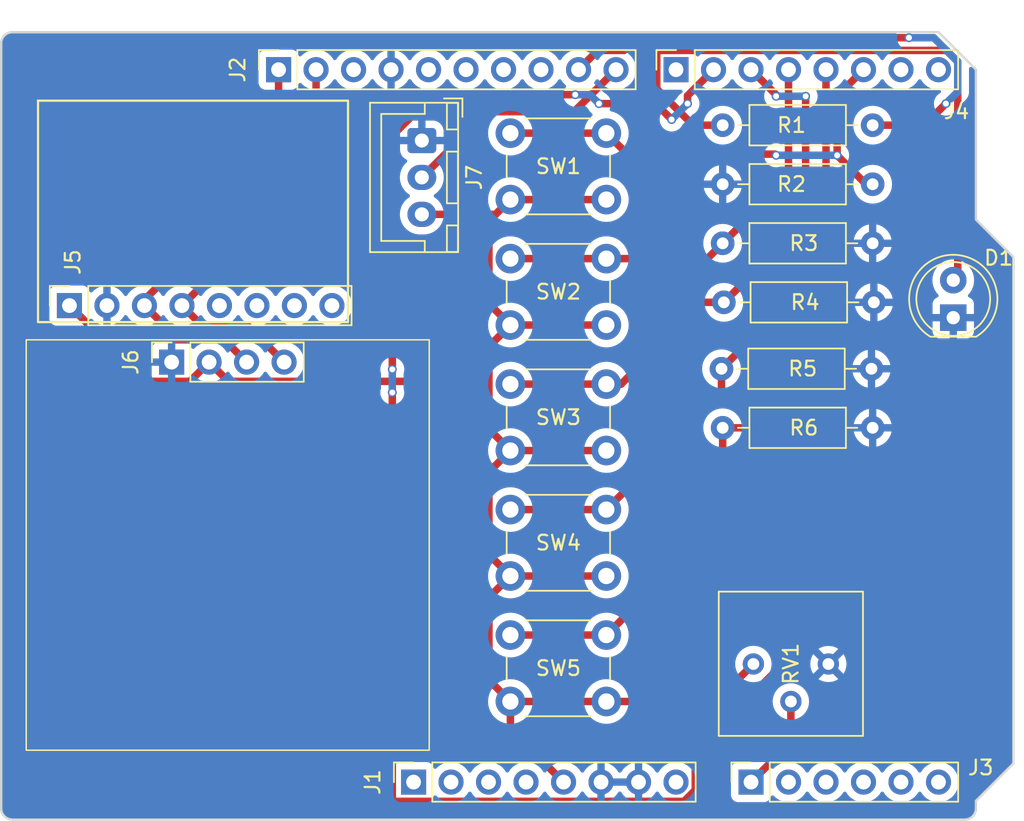
<source format=kicad_pcb>
(kicad_pcb (version 20240108) (generator "pcbnew") (generator_version "8.0")
  (title_block (date "mar. 31 mars 2015"))
  (layers (0 "F.Cu" signal) (31 "B.Cu" power) (34 "B.Paste" user) (35 "F.Paste" user) (36 "B.SilkS" user "B.Silkscreen") (37 "F.SilkS" user "F.Silkscreen") (38 "B.Mask" user) (39 "F.Mask" user) (44 "Edge.Cuts" user))
  (net 0 "")
  (net 1 "GND")
  (net 2 "+5V")
  (net 3 "/IOREF")
  (net 4 "/A1")
  (net 5 "/A2")
  (net 6 "/A3")
  (net 7 "/SDA{slash}A4")
  (net 8 "/SCL{slash}A5")
  (net 9 "/13")
  (net 10 "/12")
  (net 11 "/AREF")
  (net 12 "/8")
  (net 13 "/7")
  (net 14 "/*11")
  (net 15 "/*10")
  (net 16 "/TX{slash}1")
  (net 17 "/RX{slash}0")
  (net 18 "+3V3")
  (net 19 "VCC")
  (net 20 "/~{RESET}")
  (net 21 "/I2C_SCL")
  (net 22 "/I2C_SDA")
  (net 23 "/button_onoff")
  (net 24 "/button_lock")
  (net 25 "/button_light")
  (net 26 "/button_units")
  (net 27 "/button_cal")
  (net 28 "Net-(D1-A)")
  (net 29 "/led_light")
  (net 30 "/temp_sensor")
  (footprint "Connector_PinSocket_2.54mm:PinSocket_1x08_P2.54mm_Vertical" (layer "F.Cu") (at 127.94 97.46 90)
    (property "Reference" "J1" (at 0 -2.77 90) (layer "F.SilkS"))
    (property "Value" "Power")
    (fp_line (start 1.33 -1.33) (end 1.33 0) (stroke (width 0.12)) (layer "F.SilkS"))
    (fp_line (start 0 -1.33) (end 1.33 -1.33) (stroke (width 0.12)) (layer "F.SilkS"))
    (fp_line (start 1.33 1.27) (end 1.33 19.11) (stroke (width 0.12)) (layer "F.SilkS"))
    (fp_line (start -1.33 1.27) (end 1.33 1.27) (stroke (width 0.12)) (layer "F.SilkS"))
    (fp_line (start -1.33 1.27) (end -1.33 19.11) (stroke (width 0.12)) (layer "F.SilkS"))
    (fp_line (start -1.33 19.11) (end 1.33 19.11) (stroke (width 0.12)) (layer "F.SilkS"))
    (pad "1" thru_hole rect (at 0 0 90) (size 1.7 1.7) (drill 1) (layers "*.Cu" "*.Mask"))
    (pad "2" thru_hole oval (at 0 2.54 90) (size 1.7 1.7) (drill 1) (layers "*.Cu" "*.Mask") (net 3 "/IOREF"))
    (pad "3" thru_hole oval (at 0 5.08 90) (size 1.7 1.7) (drill 1) (layers "*.Cu" "*.Mask") (net 20 "/~{RESET}"))
    (pad "4" thru_hole oval (at 0 7.62 90) (size 1.7 1.7) (drill 1) (layers "*.Cu" "*.Mask") (net 18 "+3V3"))
    (pad "5" thru_hole oval (at 0 10.16 90) (size 1.7 1.7) (drill 1) (layers "*.Cu" "*.Mask") (net 2 "+5V"))
    (pad "6" thru_hole oval (at 0 12.7 90) (size 1.7 1.7) (drill 1) (layers "*.Cu" "*.Mask") (net 1 "GND"))
    (pad "7" thru_hole oval (at 0 15.24 90) (size 1.7 1.7) (drill 1) (layers "*.Cu" "*.Mask") (net 1 "GND"))
    (pad "8" thru_hole oval (at 0 17.78 90) (size 1.7 1.7) (drill 1) (layers "*.Cu" "*.Mask") (net 19 "VCC"))
  )
  (footprint "Connector_PinSocket_2.54mm:PinSocket_1x06_P2.54mm_Vertical" (layer "F.Cu") (at 150.8 97.46 90)
    (property "Reference" "J3" (at 0.98 15.56 180) (layer "F.SilkS"))
    (property "Value" "Analog")
    (fp_line (start 1.33 -1.33) (end 1.33 0) (stroke (width 0.12)) (layer "F.SilkS"))
    (fp_line (start 0 -1.33) (end 1.33 -1.33) (stroke (width 0.12)) (layer "F.SilkS"))
    (fp_line (start 1.33 1.27) (end 1.33 14.03) (stroke (width 0.12)) (layer "F.SilkS"))
    (fp_line (start -1.33 1.27) (end 1.33 1.27) (stroke (width 0.12)) (layer "F.SilkS"))
    (fp_line (start -1.33 1.27) (end -1.33 14.03) (stroke (width 0.12)) (layer "F.SilkS"))
    (fp_line (start -1.33 14.03) (end 1.33 14.03) (stroke (width 0.12)) (layer "F.SilkS"))
    (pad "1" thru_hole rect (at 0 0 90) (size 1.7 1.7) (drill 1) (layers "*.Cu" "*.Mask") (net 30 "/temp_sensor"))
    (pad "2" thru_hole oval (at 0 2.54 90) (size 1.7 1.7) (drill 1) (layers "*.Cu" "*.Mask") (net 4 "/A1"))
    (pad "3" thru_hole oval (at 0 5.08 90) (size 1.7 1.7) (drill 1) (layers "*.Cu" "*.Mask") (net 5 "/A2"))
    (pad "4" thru_hole oval (at 0 7.62 90) (size 1.7 1.7) (drill 1) (layers "*.Cu" "*.Mask") (net 6 "/A3"))
    (pad "5" thru_hole oval (at 0 10.16 90) (size 1.7 1.7) (drill 1) (layers "*.Cu" "*.Mask") (net 7 "/SDA{slash}A4"))
    (pad "6" thru_hole oval (at 0 12.7 90) (size 1.7 1.7) (drill 1) (layers "*.Cu" "*.Mask") (net 8 "/SCL{slash}A5"))
  )
  (footprint "Connector_PinSocket_2.54mm:PinSocket_1x10_P2.54mm_Vertical" (layer "F.Cu") (at 118.796 49.2 90)
    (property "Reference" "J2" (at 0 -2.77 90) (layer "F.SilkS"))
    (property "Value" "Digital/PWM")
    (fp_line (start 1.33 -1.33) (end 1.33 0) (stroke (width 0.12)) (layer "F.SilkS"))
    (fp_line (start 0 -1.33) (end 1.33 -1.33) (stroke (width 0.12)) (layer "F.SilkS"))
    (fp_line (start 1.33 1.27) (end 1.33 24.19) (stroke (width 0.12)) (layer "F.SilkS"))
    (fp_line (start -1.33 1.27) (end 1.33 1.27) (stroke (width 0.12)) (layer "F.SilkS"))
    (fp_line (start -1.33 1.27) (end -1.33 24.19) (stroke (width 0.12)) (layer "F.SilkS"))
    (fp_line (start -1.33 24.19) (end 1.33 24.19) (stroke (width 0.12)) (layer "F.SilkS"))
    (pad "1" thru_hole rect (at 0 0 90) (size 1.7 1.7) (drill 1) (layers "*.Cu" "*.Mask") (net 21 "/I2C_SCL"))
    (pad "2" thru_hole oval (at 0 2.54 90) (size 1.7 1.7) (drill 1) (layers "*.Cu" "*.Mask") (net 22 "/I2C_SDA"))
    (pad "3" thru_hole oval (at 0 5.08 90) (size 1.7 1.7) (drill 1) (layers "*.Cu" "*.Mask") (net 11 "/AREF"))
    (pad "4" thru_hole oval (at 0 7.62 90) (size 1.7 1.7) (drill 1) (layers "*.Cu" "*.Mask") (net 1 "GND"))
    (pad "5" thru_hole oval (at 0 10.16 90) (size 1.7 1.7) (drill 1) (layers "*.Cu" "*.Mask") (net 9 "/13"))
    (pad "6" thru_hole oval (at 0 12.7 90) (size 1.7 1.7) (drill 1) (layers "*.Cu" "*.Mask") (net 10 "/12"))
    (pad "7" thru_hole oval (at 0 15.24 90) (size 1.7 1.7) (drill 1) (layers "*.Cu" "*.Mask") (net 14 "/*11"))
    (pad "8" thru_hole oval (at 0 17.78 90) (size 1.7 1.7) (drill 1) (layers "*.Cu" "*.Mask") (net 15 "/*10"))
    (pad "9" thru_hole oval (at 0 20.32 90) (size 1.7 1.7) (drill 1) (layers "*.Cu" "*.Mask") (net 29 "/led_light"))
    (pad "10" thru_hole oval (at 0 22.86 90) (size 1.7 1.7) (drill 1) (layers "*.Cu" "*.Mask") (net 12 "/8"))
  )
  (footprint "Connector_PinSocket_2.54mm:PinSocket_1x08_P2.54mm_Vertical" (layer "F.Cu") (at 145.72 49.2 90)
    (property "Reference" "J4" (at -2.83 19 180) (layer "F.SilkS"))
    (property "Value" "Digital/PWM")
    (fp_line (start 1.33 -1.33) (end 1.33 0) (stroke (width 0.12)) (layer "F.SilkS"))
    (fp_line (start 0 -1.33) (end 1.33 -1.33) (stroke (width 0.12)) (layer "F.SilkS"))
    (fp_line (start 1.33 1.27) (end 1.33 19.11) (stroke (width 0.12)) (layer "F.SilkS"))
    (fp_line (start -1.33 1.27) (end 1.33 1.27) (stroke (width 0.12)) (layer "F.SilkS"))
    (fp_line (start -1.33 1.27) (end -1.33 19.11) (stroke (width 0.12)) (layer "F.SilkS"))
    (fp_line (start -1.33 19.11) (end 1.33 19.11) (stroke (width 0.12)) (layer "F.SilkS"))
    (pad "1" thru_hole rect (at 0 0 90) (size 1.7 1.7) (drill 1) (layers "*.Cu" "*.Mask") (net 13 "/7"))
    (pad "2" thru_hole oval (at 0 2.54 90) (size 1.7 1.7) (drill 1) (layers "*.Cu" "*.Mask") (net 25 "/button_light"))
    (pad "3" thru_hole oval (at 0 5.08 90) (size 1.7 1.7) (drill 1) (layers "*.Cu" "*.Mask") (net 27 "/button_cal"))
    (pad "4" thru_hole oval (at 0 7.62 90) (size 1.7 1.7) (drill 1) (layers "*.Cu" "*.Mask") (net 26 "/button_units"))
    (pad "5" thru_hole oval (at 0 10.16 90) (size 1.7 1.7) (drill 1) (layers "*.Cu" "*.Mask") (net 24 "/button_lock"))
    (pad "6" thru_hole oval (at 0 12.7 90) (size 1.7 1.7) (drill 1) (layers "*.Cu" "*.Mask") (net 23 "/button_onoff"))
    (pad "7" thru_hole oval (at 0 15.24 90) (size 1.7 1.7) (drill 1) (layers "*.Cu" "*.Mask") (net 16 "/TX{slash}1"))
    (pad "8" thru_hole oval (at 0 17.78 90) (size 1.7 1.7) (drill 1) (layers "*.Cu" "*.Mask") (net 17 "/RX{slash}0"))
  )
  (footprint "Button_Switch_THT:SW_PUSH_6mm" (layer "F.Cu") (at 134.5 79)
    (property "Reference" "SW4" (at 3.25 2.25 0) (layer "F.SilkS"))
    (property "Value" "SW_SPST")
    (fp_line (start -0.25 1.5) (end -0.25 3) (stroke (width 0.12)) (layer "F.SilkS"))
    (fp_line (start 1 5.5) (end 5.5 5.5) (stroke (width 0.12)) (layer "F.SilkS"))
    (fp_line (start 5.5 -1) (end 1 -1) (stroke (width 0.12)) (layer "F.SilkS"))
    (fp_line (start 6.75 3) (end 6.75 1.5) (stroke (width 0.12)) (layer "F.SilkS"))
    (pad "1" thru_hole circle (at 0 0 90) (size 2 2) (drill 1.1) (layers "*.Cu" "*.Mask") (net 24 "/button_lock"))
    (pad "1" thru_hole circle (at 6.5 0 90) (size 2 2) (drill 1.1) (layers "*.Cu" "*.Mask") (net 24 "/button_lock"))
    (pad "2" thru_hole circle (at 0 4.5 90) (size 2 2) (drill 1.1) (layers "*.Cu" "*.Mask") (net 2 "+5V"))
    (pad "2" thru_hole circle (at 6.5 4.5 90) (size 2 2) (drill 1.1) (layers "*.Cu" "*.Mask") (net 2 "+5V"))
  )
  (footprint "LED_THT:LED_D5.0mm" (layer "F.Cu") (at 164.5 66 90)
    (property "Reference" "D1" (at 4.05 3.07 180) (layer "F.SilkS"))
    (property "Value" "LED")
    (fp_line (start -1.29 -1.545) (end -1.29 1.545) (stroke (width 0.12)) (layer "F.SilkS"))
    (fp_arc (start -1.29 -1.54483) (mid 2.072002 -2.880433) (end 4.26 0.000462) (stroke (width 0.12)) (layer "F.SilkS"))
    (fp_arc (start 4.26 -0.000462) (mid 2.072002 2.880433) (end -1.29 1.54483) (stroke (width 0.12)) (layer "F.SilkS"))
    (fp_circle (center 1.27 0) (end 3.77 0) (stroke (width 0.12)) (fill none) (layer "F.SilkS"))
    (pad "1" thru_hole rect (at 0 0 90) (size 1.8 1.8) (drill 0.9) (layers "*.Cu" "*.Mask") (net 1 "GND"))
    (pad "2" thru_hole circle (at 2.54 0 90) (size 1.8 1.8) (drill 0.9) (layers "*.Cu" "*.Mask") (net 28 "Net-(D1-A)"))
  )
  (footprint "Button_Switch_THT:SW_PUSH_6mm" (layer "F.Cu") (at 134.5 87.5)
    (property "Reference" "SW5" (at 3.25 2.25 0) (layer "F.SilkS"))
    (property "Value" "SW_SPST")
    (fp_line (start -0.25 1.5) (end -0.25 3) (stroke (width 0.12)) (layer "F.SilkS"))
    (fp_line (start 1 5.5) (end 5.5 5.5) (stroke (width 0.12)) (layer "F.SilkS"))
    (fp_line (start 5.5 -1) (end 1 -1) (stroke (width 0.12)) (layer "F.SilkS"))
    (fp_line (start 6.75 3) (end 6.75 1.5) (stroke (width 0.12)) (layer "F.SilkS"))
    (pad "1" thru_hole circle (at 0 0 90) (size 2 2) (drill 1.1) (layers "*.Cu" "*.Mask") (net 25 "/button_light"))
    (pad "1" thru_hole circle (at 6.5 0 90) (size 2 2) (drill 1.1) (layers "*.Cu" "*.Mask") (net 25 "/button_light"))
    (pad "2" thru_hole circle (at 0 4.5 90) (size 2 2) (drill 1.1) (layers "*.Cu" "*.Mask") (net 2 "+5V"))
    (pad "2" thru_hole circle (at 6.5 4.5 90) (size 2 2) (drill 1.1) (layers "*.Cu" "*.Mask") (net 2 "+5V"))
  )
  (footprint "Button_Switch_THT:SW_PUSH_6mm" (layer "F.Cu") (at 134.5 62)
    (property "Reference" "SW2" (at 3.25 2.25 0) (layer "F.SilkS"))
    (property "Value" "SW_SPST")
    (fp_line (start -0.25 1.5) (end -0.25 3) (stroke (width 0.12)) (layer "F.SilkS"))
    (fp_line (start 1 5.5) (end 5.5 5.5) (stroke (width 0.12)) (layer "F.SilkS"))
    (fp_line (start 5.5 -1) (end 1 -1) (stroke (width 0.12)) (layer "F.SilkS"))
    (fp_line (start 6.75 3) (end 6.75 1.5) (stroke (width 0.12)) (layer "F.SilkS"))
    (pad "1" thru_hole circle (at 0 0 90) (size 2 2) (drill 1.1) (layers "*.Cu" "*.Mask") (net 26 "/button_units"))
    (pad "1" thru_hole circle (at 6.5 0 90) (size 2 2) (drill 1.1) (layers "*.Cu" "*.Mask") (net 26 "/button_units"))
    (pad "2" thru_hole circle (at 0 4.5 90) (size 2 2) (drill 1.1) (layers "*.Cu" "*.Mask") (net 2 "+5V"))
    (pad "2" thru_hole circle (at 6.5 4.5 90) (size 2 2) (drill 1.1) (layers "*.Cu" "*.Mask") (net 2 "+5V"))
  )
  (footprint "Resistor_THT:R_Axial_DIN0207_L6.3mm_D2.5mm_P10.16mm_Horizontal" (layer "F.Cu") (at 148.96 64.96)
    (property "Reference" "R4" (at 5.5 0 360) (layer "F.SilkS"))
    (property "Value" "100k")
    (fp_line (start 1.04 0) (end 1.81 0) (stroke (width 0.12)) (layer "F.SilkS"))
    (fp_line (start 1.81 -1.37) (end 1.81 1.37) (stroke (width 0.12)) (layer "F.SilkS"))
    (fp_line (start 1.81 1.37) (end 8.35 1.37) (stroke (width 0.12)) (layer "F.SilkS"))
    (fp_line (start 8.35 -1.37) (end 1.81 -1.37) (stroke (width 0.12)) (layer "F.SilkS"))
    (fp_line (start 8.35 1.37) (end 8.35 -1.37) (stroke (width 0.12)) (layer "F.SilkS"))
    (fp_line (start 9.12 0) (end 8.35 0) (stroke (width 0.12)) (layer "F.SilkS"))
    (pad "1" thru_hole circle (at 0 0) (size 1.6 1.6) (drill 0.8) (layers "*.Cu" "*.Mask") (net 27 "/button_cal"))
    (pad "2" thru_hole oval (at 10.16 0) (size 1.6 1.6) (drill 0.8) (layers "*.Cu" "*.Mask") (net 1 "GND"))
  )
  (footprint "Resistor_THT:R_Axial_DIN0207_L6.3mm_D2.5mm_P10.16mm_Horizontal" (layer "F.Cu") (at 159.04 52.96 180)
    (property "Reference" "R1" (at 5.5 0 360) (layer "F.SilkS"))
    (property "Value" "1k")
    (fp_line (start 9.12 0) (end 8.35 0) (stroke (width 0.12)) (layer "F.SilkS"))
    (fp_line (start 8.35 1.37) (end 8.35 -1.37) (stroke (width 0.12)) (layer "F.SilkS"))
    (fp_line (start 8.35 -1.37) (end 1.81 -1.37) (stroke (width 0.12)) (layer "F.SilkS"))
    (fp_line (start 1.81 1.37) (end 8.35 1.37) (stroke (width 0.12)) (layer "F.SilkS"))
    (fp_line (start 1.81 -1.37) (end 1.81 1.37) (stroke (width 0.12)) (layer "F.SilkS"))
    (fp_line (start 1.04 0) (end 1.81 0) (stroke (width 0.12)) (layer "F.SilkS"))
    (pad "1" thru_hole circle (at 0 0 180) (size 1.6 1.6) (drill 0.8) (layers "*.Cu" "*.Mask") (net 29 "/led_light"))
    (pad "2" thru_hole oval (at 10.16 0 180) (size 1.6 1.6) (drill 0.8) (layers "*.Cu" "*.Mask") (net 28 "Net-(D1-A)"))
  )
  (footprint "Button_Switch_THT:SW_PUSH_6mm" (layer "F.Cu") (at 134.5 70.5)
    (property "Reference" "SW3" (at 3.25 2.25 0) (layer "F.SilkS"))
    (property "Value" "SW_SPST")
    (fp_line (start -0.25 1.5) (end -0.25 3) (stroke (width 0.12)) (layer "F.SilkS"))
    (fp_line (start 1 5.5) (end 5.5 5.5) (stroke (width 0.12)) (layer "F.SilkS"))
    (fp_line (start 5.5 -1) (end 1 -1) (stroke (width 0.12)) (layer "F.SilkS"))
    (fp_line (start 6.75 3) (end 6.75 1.5) (stroke (width 0.12)) (layer "F.SilkS"))
    (pad "1" thru_hole circle (at 0 0 90) (size 2 2) (drill 1.1) (layers "*.Cu" "*.Mask") (net 27 "/button_cal"))
    (pad "1" thru_hole circle (at 6.5 0 90) (size 2 2) (drill 1.1) (layers "*.Cu" "*.Mask") (net 27 "/button_cal"))
    (pad "2" thru_hole circle (at 0 4.5 90) (size 2 2) (drill 1.1) (layers "*.Cu" "*.Mask") (net 2 "+5V"))
    (pad "2" thru_hole circle (at 6.5 4.5 90) (size 2 2) (drill 1.1) (layers "*.Cu" "*.Mask") (net 2 "+5V"))
  )
  (footprint "Connector_PinSocket_2.54mm:PinSocket_1x04_P2.54mm_Vertical" (layer "F.Cu") (at 111.55 69.01 90)
    (property "Reference" "J6" (at 0 -2.77 90) (layer "F.SilkS"))
    (property "Value" "CONN_DISPLAY")
    (fp_line (start 1.33 -1.33) (end 1.33 0) (stroke (width 0.12)) (layer "F.SilkS"))
    (fp_line (start 0 -1.33) (end 1.33 -1.33) (stroke (width 0.12)) (layer "F.SilkS"))
    (fp_line (start 1.33 1.27) (end 1.33 8.95) (stroke (width 0.12)) (layer "F.SilkS"))
    (fp_line (start -1.33 1.27) (end 1.33 1.27) (stroke (width 0.12)) (layer "F.SilkS"))
    (fp_line (start -1.33 1.27) (end -1.33 8.95) (stroke (width 0.12)) (layer "F.SilkS"))
    (fp_line (start -1.33 8.95) (end 1.33 8.95) (stroke (width 0.12)) (layer "F.SilkS"))
    (pad "1" thru_hole rect (at 0 0 90) (size 1.7 1.7) (drill 1) (layers "*.Cu" "*.Mask") (net 1 "GND"))
    (pad "2" thru_hole oval (at 0 2.54 90) (size 1.7 1.7) (drill 1) (layers "*.Cu" "*.Mask") (net 2 "+5V"))
    (pad "3" thru_hole oval (at 0 5.08 90) (size 1.7 1.7) (drill 1) (layers "*.Cu" "*.Mask") (net 21 "/I2C_SCL"))
    (pad "4" thru_hole oval (at 0 7.62 90) (size 1.7 1.7) (drill 1) (layers "*.Cu" "*.Mask") (net 22 "/I2C_SDA"))
  )
  (footprint "Button_Switch_THT:SW_PUSH_6mm" (layer "F.Cu") (at 134.5 53.5)
    (property "Reference" "SW1" (at 3.25 2.25 0) (layer "F.SilkS"))
    (property "Value" "SW_SPST")
    (fp_line (start -0.25 1.5) (end -0.25 3) (stroke (width 0.12)) (layer "F.SilkS"))
    (fp_line (start 1 5.5) (end 5.5 5.5) (stroke (width 0.12)) (layer "F.SilkS"))
    (fp_line (start 5.5 -1) (end 1 -1) (stroke (width 0.12)) (layer "F.SilkS"))
    (fp_line (start 6.75 3) (end 6.75 1.5) (stroke (width 0.12)) (layer "F.SilkS"))
    (pad "1" thru_hole circle (at 0 0 90) (size 2 2) (drill 1.1) (layers "*.Cu" "*.Mask") (net 23 "/button_onoff"))
    (pad "1" thru_hole circle (at 6.5 0 90) (size 2 2) (drill 1.1) (layers "*.Cu" "*.Mask") (net 23 "/button_onoff"))
    (pad "2" thru_hole circle (at 0 4.5 90) (size 2 2) (drill 1.1) (layers "*.Cu" "*.Mask") (net 2 "+5V"))
    (pad "2" thru_hole circle (at 6.5 4.5 90) (size 2 2) (drill 1.1) (layers "*.Cu" "*.Mask") (net 2 "+5V"))
  )
  (footprint "Connector_JST:JST_XH_B3B-XH-A_1x03_P2.50mm_Vertical" (layer "F.Cu") (at 128.5 54 -90)
    (property "Reference" "J7" (at 2.5 -3.55 90) (layer "F.SilkS"))
    (property "Value" "CONN_TEMP")
    (fp_line (start -2.56 3.51) (end 7.56 3.51) (stroke (width 0.12)) (layer "F.SilkS"))
    (fp_line (start 7.56 3.51) (end 7.56 -2.46) (stroke (width 0.12)) (layer "F.SilkS"))
    (fp_line (start -1.8 2.75) (end 2.5 2.75) (stroke (width 0.12)) (layer "F.SilkS"))
    (fp_line (start 6.8 2.75) (end 2.5 2.75) (stroke (width 0.12)) (layer "F.SilkS"))
    (fp_line (start -2.55 -0.2) (end -1.8 -0.2) (stroke (width 0.12)) (layer "F.SilkS"))
    (fp_line (start -1.8 -0.2) (end -1.8 2.75) (stroke (width 0.12)) (layer "F.SilkS"))
    (fp_line (start 6.8 -0.2) (end 6.8 2.75) (stroke (width 0.12)) (layer "F.SilkS"))
    (fp_line (start 7.55 -0.2) (end 6.8 -0.2) (stroke (width 0.12)) (layer "F.SilkS"))
    (fp_line (start -2.55 -1.7) (end -0.75 -1.7) (stroke (width 0.12)) (layer "F.SilkS"))
    (fp_line (start -0.75 -1.7) (end -0.75 -2.45) (stroke (width 0.12)) (layer "F.SilkS"))
    (fp_line (start 0.75 -1.7) (end 4.25 -1.7) (stroke (width 0.12)) (layer "F.SilkS"))
    (fp_line (start 4.25 -1.7) (end 4.25 -2.45) (stroke (width 0.12)) (layer "F.SilkS"))
    (fp_line (start 5.75 -1.7) (end 7.55 -1.7) (stroke (width 0.12)) (layer "F.SilkS"))
    (fp_line (start 7.55 -1.7) (end 7.55 -2.45) (stroke (width 0.12)) (layer "F.SilkS"))
    (fp_line (start -2.55 -2.45) (end -2.55 -1.7) (stroke (width 0.12)) (layer "F.SilkS"))
    (fp_line (start -0.75 -2.45) (end -2.55 -2.45) (stroke (width 0.12)) (layer "F.SilkS"))
    (fp_line (start 0.75 -2.45) (end 0.75 -1.7) (stroke (width 0.12)) (layer "F.SilkS"))
    (fp_line (start 4.25 -2.45) (end 0.75 -2.45) (stroke (width 0.12)) (layer "F.SilkS"))
    (fp_line (start 5.75 -2.45) (end 5.75 -1.7) (stroke (width 0.12)) (layer "F.SilkS"))
    (fp_line (start 7.55 -2.45) (end 5.75 -2.45) (stroke (width 0.12)) (layer "F.SilkS"))
    (fp_line (start -2.56 -2.46) (end -2.56 3.51) (stroke (width 0.12)) (layer "F.SilkS"))
    (fp_line (start 7.56 -2.46) (end -2.56 -2.46) (stroke (width 0.12)) (layer "F.SilkS"))
    (fp_line (start -2.85 -2.75) (end -2.85 -1.5) (stroke (width 0.12)) (layer "F.SilkS"))
    (fp_line (start -1.6 -2.75) (end -2.85 -2.75) (stroke (width 0.12)) (layer "F.SilkS"))
    (pad "1" thru_hole roundrect (at 0 0 270) (size 1.7 1.95) (drill 0.95) (layers "*.Cu" "*.Mask") (roundrect_rratio 0.147059) (net 1 "GND"))
    (pad "2" thru_hole oval (at 2.5 0 270) (size 1.7 1.95) (drill 0.95) (layers "*.Cu" "*.Mask") (net 12 "/8"))
    (pad "3" thru_hole oval (at 5 0 270) (size 1.7 1.95) (drill 0.95) (layers "*.Cu" "*.Mask") (net 2 "+5V"))
  )
  (footprint "Resistor_THT:R_Axial_DIN0207_L6.3mm_D2.5mm_P10.16mm_Horizontal" (layer "F.Cu") (at 148.8 69.46)
    (property "Reference" "R5" (at 5.5 0 360) (layer "F.SilkS"))
    (property "Value" "100k")
    (fp_line (start 1.04 0) (end 1.81 0) (stroke (width 0.12)) (layer "F.SilkS"))
    (fp_line (start 1.81 -1.37) (end 1.81 1.37) (stroke (width 0.12)) (layer "F.SilkS"))
    (fp_line (start 1.81 1.37) (end 8.35 1.37) (stroke (width 0.12)) (layer "F.SilkS"))
    (fp_line (start 8.35 -1.37) (end 1.81 -1.37) (stroke (width 0.12)) (layer "F.SilkS"))
    (fp_line (start 8.35 1.37) (end 8.35 -1.37) (stroke (width 0.12)) (layer "F.SilkS"))
    (fp_line (start 9.12 0) (end 8.35 0) (stroke (width 0.12)) (layer "F.SilkS"))
    (pad "1" thru_hole circle (at 0 0) (size 1.6 1.6) (drill 0.8) (layers "*.Cu" "*.Mask") (net 24 "/button_lock"))
    (pad "2" thru_hole oval (at 10.16 0) (size 1.6 1.6) (drill 0.8) (layers "*.Cu" "*.Mask") (net 1 "GND"))
  )
  (footprint "Resistor_THT:R_Axial_DIN0207_L6.3mm_D2.5mm_P10.16mm_Horizontal" (layer "F.Cu") (at 159.04 56.96 180)
    (property "Reference" "R2" (at 5.5 0 360) (layer "F.SilkS"))
    (property "Value" "100k")
    (fp_line (start 9.12 0) (end 8.35 0) (stroke (width 0.12)) (layer "F.SilkS"))
    (fp_line (start 8.35 1.37) (end 8.35 -1.37) (stroke (width 0.12)) (layer "F.SilkS"))
    (fp_line (start 8.35 -1.37) (end 1.81 -1.37) (stroke (width 0.12)) (layer "F.SilkS"))
    (fp_line (start 1.81 1.37) (end 8.35 1.37) (stroke (width 0.12)) (layer "F.SilkS"))
    (fp_line (start 1.81 -1.37) (end 1.81 1.37) (stroke (width 0.12)) (layer "F.SilkS"))
    (fp_line (start 1.04 0) (end 1.81 0) (stroke (width 0.12)) (layer "F.SilkS"))
    (pad "1" thru_hole circle (at 0 0 180) (size 1.6 1.6) (drill 0.8) (layers "*.Cu" "*.Mask") (net 23 "/button_onoff"))
    (pad "2" thru_hole oval (at 10.16 0 180) (size 1.6 1.6) (drill 0.8) (layers "*.Cu" "*.Mask") (net 1 "GND"))
  )
  (footprint "Potentiometer_THT:Potentiometer_Bourns_3386P_Vertical" (layer "F.Cu") (at 150.96 89.46 -90)
    (property "Reference" "RV1" (at -0.015 -2.54 90) (layer "F.SilkS"))
    (property "Value" "10k")
    (fp_line (start -4.9 2.345) (end 4.87 2.345) (stroke (width 0.12)) (layer "F.SilkS"))
    (fp_line (start -4.9 -7.425) (end -4.9 2.345) (stroke (width 0.12)) (layer "F.SilkS"))
    (fp_line (start -4.9 -7.425) (end 4.87 -7.425) (stroke (width 0.12)) (layer "F.SilkS"))
    (fp_line (start 4.87 -7.425) (end 4.87 2.345) (stroke (width 0.12)) (layer "F.SilkS"))
    (pad "1" thru_hole circle (at 0 0 270) (size 1.44 1.44) (drill 0.8) (layers "*.Cu" "*.Mask") (net 2 "+5V"))
    (pad "2" thru_hole circle (at 2.54 -2.54 270) (size 1.44 1.44) (drill 0.8) (layers "*.Cu" "*.Mask") (net 30 "/temp_sensor"))
    (pad "3" thru_hole circle (at 0 -5.08 270) (size 1.44 1.44) (drill 0.8) (layers "*.Cu" "*.Mask") (net 1 "GND"))
  )
  (footprint "Connector_PinSocket_2.54mm:PinSocket_1x08_P2.54mm_Vertical" (layer "F.Cu") (at 104.63 65.18 90)
    (property "Reference" "J5" (at 2.94 0.23 90) (layer "F.SilkS"))
    (property "Value" "CONN_GYRO")
    (fp_line (start 1.33 -1.33) (end 1.33 0) (stroke (width 0.12)) (layer "F.SilkS"))
    (fp_line (start 0 -1.33) (end 1.33 -1.33) (stroke (width 0.12)) (layer "F.SilkS"))
    (fp_line (start 1.33 1.27) (end 1.33 19.11) (stroke (width 0.12)) (layer "F.SilkS"))
    (fp_line (start -1.33 1.27) (end 1.33 1.27) (stroke (width 0.12)) (layer "F.SilkS"))
    (fp_line (start -1.33 1.27) (end -1.33 19.11) (stroke (width 0.12)) (layer "F.SilkS"))
    (fp_line (start -1.33 19.11) (end 1.33 19.11) (stroke (width 0.12)) (layer "F.SilkS"))
    (pad "1" thru_hole rect (at 0 0 90) (size 1.7 1.7) (drill 1) (layers "*.Cu" "*.Mask") (net 2 "+5V"))
    (pad "2" thru_hole oval (at 0 2.54 90) (size 1.7 1.7) (drill 1) (layers "*.Cu" "*.Mask") (net 1 "GND"))
    (pad "3" thru_hole oval (at 0 5.08 90) (size 1.7 1.7) (drill 1) (layers "*.Cu" "*.Mask") (net 21 "/I2C_SCL"))
    (pad "4" thru_hole oval (at 0 7.62 90) (size 1.7 1.7) (drill 1) (layers "*.Cu" "*.Mask") (net 22 "/I2C_SDA"))
    (pad "5" thru_hole oval (at 0 10.16 90) (size 1.7 1.7) (drill 1) (layers "*.Cu" "*.Mask"))
    (pad "6" thru_hole oval (at 0 12.7 90) (size 1.7 1.7) (drill 1) (layers "*.Cu" "*.Mask"))
    (pad "7" thru_hole oval (at 0 15.24 90) (size 1.7 1.7) (drill 1) (layers "*.Cu" "*.Mask"))
    (pad "8" thru_hole oval (at 0 17.78 90) (size 1.7 1.7) (drill 1) (layers "*.Cu" "*.Mask"))
  )
  (footprint "Resistor_THT:R_Axial_DIN0207_L6.3mm_D2.5mm_P10.16mm_Horizontal" (layer "F.Cu") (at 148.88 73.46)
    (property "Reference" "R6" (at 5.5 0 360) (layer "F.SilkS"))
    (property "Value" "100k")
    (fp_line (start 1.04 0) (end 1.81 0) (stroke (width 0.12)) (layer "F.SilkS"))
    (fp_line (start 1.81 -1.37) (end 1.81 1.37) (stroke (width 0.12)) (layer "F.SilkS"))
    (fp_line (start 1.81 1.37) (end 8.35 1.37) (stroke (width 0.12)) (layer "F.SilkS"))
    (fp_line (start 8.35 -1.37) (end 1.81 -1.37) (stroke (width 0.12)) (layer "F.SilkS"))
    (fp_line (start 8.35 1.37) (end 8.35 -1.37) (stroke (width 0.12)) (layer "F.SilkS"))
    (fp_line (start 9.12 0) (end 8.35 0) (stroke (width 0.12)) (layer "F.SilkS"))
    (pad "1" thru_hole circle (at 0 0) (size 1.6 1.6) (drill 0.8) (layers "*.Cu" "*.Mask") (net 25 "/button_light"))
    (pad "2" thru_hole oval (at 10.16 0) (size 1.6 1.6) (drill 0.8) (layers "*.Cu" "*.Mask") (net 1 "GND"))
  )
  (footprint "Resistor_THT:R_Axial_DIN0207_L6.3mm_D2.5mm_P10.16mm_Horizontal" (layer "F.Cu") (at 148.88 60.96)
    (property "Reference" "R3" (at 5.5 0 360) (layer "F.SilkS"))
    (property "Value" "100k")
    (fp_line (start 1.04 0) (end 1.81 0) (stroke (width 0.12)) (layer "F.SilkS"))
    (fp_line (start 1.81 -1.37) (end 1.81 1.37) (stroke (width 0.12)) (layer "F.SilkS"))
    (fp_line (start 1.81 1.37) (end 8.35 1.37) (stroke (width 0.12)) (layer "F.SilkS"))
    (fp_line (start 8.35 -1.37) (end 1.81 -1.37) (stroke (width 0.12)) (layer "F.SilkS"))
    (fp_line (start 8.35 1.37) (end 8.35 -1.37) (stroke (width 0.12)) (layer "F.SilkS"))
    (fp_line (start 9.12 0) (end 8.35 0) (stroke (width 0.12)) (layer "F.SilkS"))
    (pad "1" thru_hole circle (at 0 0) (size 1.6 1.6) (drill 0.8) (layers "*.Cu" "*.Mask") (net 26 "/button_units"))
    (pad "2" thru_hole oval (at 10.16 0) (size 1.6 1.6) (drill 0.8) (layers "*.Cu" "*.Mask") (net 1 "GND"))
  )
  (gr_rect (start 123.5 51.3) (end 102.5 66.3) (stroke (width 0.15)) (fill none) (layer "F.SilkS"))
  (gr_rect (start 101.7 95.3) (end 129 67.5) (stroke (width 0.1)) (fill none) (layer "F.SilkS"))
  (gr_line (start 166.04 59.36) (end 168.58 61.9) (stroke (width 0.15)) (layer "Edge.Cuts"))
  (gr_line (start 100 99.238) (end 100 47.422) (stroke (width 0.15)) (layer "Edge.Cuts"))
  (gr_line (start 168.58 61.9) (end 168.58 96.19) (stroke (width 0.15)) (layer "Edge.Cuts"))
  (gr_line (start 165.278 100) (end 100.762 100) (stroke (width 0.15)) (layer "Edge.Cuts"))
  (gr_line (start 100.762 46.66) (end 163.5 46.66) (stroke (width 0.15)) (layer "Edge.Cuts"))
  (gr_arc (start 100.762 100) (mid 100.223185 99.776815) (end 100 99.238) (stroke (width 0.15)) (layer "Edge.Cuts"))
  (gr_line (start 168.58 96.19) (end 166.04 98.73) (stroke (width 0.15)) (layer "Edge.Cuts"))
  (gr_line (start 163.5 46.66) (end 166.04 49.2) (stroke (width 0.15)) (layer "Edge.Cuts"))
  (gr_arc (start 166.04 99.238) (mid 165.816815 99.776815) (end 165.278 100) (stroke (width 0.15)) (layer "Edge.Cuts"))
  (gr_line (start 166.04 49.2) (end 166.04 59.36) (stroke (width 0.15)) (layer "Edge.Cuts"))
  (gr_line (start 166.04 98.73) (end 166.04 99.238) (stroke (width 0.15)) (layer "Edge.Cuts"))
  (gr_arc (start 100 47.422) (mid 100.223185 46.883185) (end 100.762 46.66) (stroke (width 0.15)) (layer "Edge.Cuts"))
  (segment (start 111.55 69.01) (end 111 69.01) (width 0.508) (layer "F.Cu") (net 1))
  (segment (start 134.5 92) (end 133.046 90.546) (width 0.508) (layer "F.Cu") (net 2))
  (segment (start 133.046 65.046) (end 134.5 66.5) (width 0.508) (layer "F.Cu") (net 2))
  (segment (start 134.5 83.5) (end 133.046 82.046) (width 0.508) (layer "F.Cu") (net 2))
  (segment (start 109.764 70.314) (end 112.786 70.314) (width 0.508) (layer "F.Cu") (net 2))
  (segment (start 134.5 75) (end 133.046 73.546) (width 0.508) (layer "F.Cu") (net 2))
  (segment (start 133.046 76.454) (end 134.5 75) (width 0.508) (layer "F.Cu") (net 2))
  (segment (start 141 92) (end 134.5 92) (width 0.508) (layer "F.Cu") (net 2))
  (segment (start 148.42 92) (end 150.96 89.46) (width 0.508) (layer "F.Cu") (net 2))
  (segment (start 141 83.5) (end 134.5 83.5) (width 0.508) (layer "F.Cu") (net 2))
  (segment (start 133.046 59.454) (end 133.046 65.046) (width 0.508) (layer "F.Cu") (net 2))
  (segment (start 128.5 59) (end 133.5 59) (width 0.508) (layer "F.Cu") (net 2))
  (segment (start 133.046 67.954) (end 134.5 66.5) (width 0.508) (layer "F.Cu") (net 2))
  (segment (start 130.686 70.314) (end 134.5 66.5) (width 0.508) (layer "F.Cu") (net 2))
  (segment (start 114.09 69.01) (end 115.394 70.314) (width 0.508) (layer "F.Cu") (net 2))
  (segment (start 112.786 70.314) (end 114.09 69.01) (width 0.508) (layer "F.Cu") (net 2))
  (segment (start 133.046 84.954) (end 134.5 83.5) (width 0.508) (layer "F.Cu") (net 2))
  (segment (start 115.394 70.314) (end 130.686 70.314) (width 0.508) (layer "F.Cu") (net 2))
  (segment (start 133.046 82.046) (end 133.046 76.454) (width 0.508) (layer "F.Cu") (net 2))
  (segment (start 141 75) (end 134.5 75) (width 0.508) (layer "F.Cu") (net 2))
  (segment (start 134.5 92) (end 134.5 93.86) (width 0.508) (layer "F.Cu") (net 2))
  (segment (start 133.046 90.546) (end 133.046 84.954) (width 0.508) (layer "F.Cu") (net 2))
  (segment (start 134.5 58) (end 133.046 59.454) (width 0.508) (layer "F.Cu") (net 2))
  (segment (start 133.5 59) (end 134.5 58) (width 0.508) (layer "F.Cu") (net 2))
  (segment (start 134.5 93.86) (end 138.1 97.46) (width 0.508) (layer "F.Cu") (net 2))
  (segment (start 141 92) (end 148.42 92) (width 0.508) (layer "F.Cu") (net 2))
  (segment (start 141 66.5) (end 134.5 66.5) (width 0.508) (layer "F.Cu") (net 2))
  (segment (start 133.046 73.546) (end 133.046 67.954) (width 0.508) (layer "F.Cu") (net 2))
  (segment (start 141 58) (end 134.5 58) (width 0.508) (layer "F.Cu") (net 2))
  (segment (start 104.63 65.18) (end 109.764 70.314) (width 0.508) (layer "F.Cu") (net 2))
  (segment (start 132.954 52.046) (end 138.81 52.046) (width 0.508) (layer "F.Cu") (net 12))
  (segment (start 128.5 56.5) (end 132.954 52.046) (width 0.508) (layer "F.Cu") (net 12))
  (segment (start 138.81 52.046) (end 141.656 49.2) (width 0.508) (layer "F.Cu") (net 12))
  (segment (start 109.71 64.79) (end 118.796 55.704) (width 0.508) (layer "F.Cu") (net 21))
  (segment (start 111.5 66.97) (end 111.5 67.5) (width 0.508) (layer "F.Cu") (net 21))
  (segment (start 111.5 67.5) (end 115.12 67.5) (width 0.508) (layer "F.Cu") (net 21))
  (segment (start 109.71 65.18) (end 111.5 66.97) (width 0.508) (layer "F.Cu") (net 21))
  (segment (start 118.796 55.704) (end 118.796 49.2) (width 0.508) (layer "F.Cu") (net 21))
  (segment (start 115.12 67.5) (end 116.63 69.01) (width 0.508) (layer "F.Cu") (net 21))
  (segment (start 109.71 65.18) (end 109.71 64.79) (width 0.508) (layer "F.Cu") (net 21))
  (segment (start 113.554 66.484) (end 116.644 66.484) (width 0.508) (layer "F.Cu") (net 22))
  (segment (start 112.25 65.18) (end 113.554 66.484) (width 0.508) (layer "F.Cu") (net 22))
  (segment (start 116.644 66.484) (end 119.17 69.01) (width 0.508) (layer "F.Cu") (net 22))
  (segment (start 112.25 65.18) (end 121.336 56.094) (width 0.508) (layer "F.Cu") (net 22))
  (segment (start 121.336 56.094) (end 121.336 49.2) (width 0.508) (layer "F.Cu") (net 22))
  (segment (start 141 53.5) (end 142.422 54.922) (width 0.508) (layer "F.Cu") (net 23))
  (segment (start 156.634 55) (end 156.634 50.986) (width 0.508) (layer "F.Cu") (net 23))
  (segment (start 156.634 50.986) (end 158.42 49.2) (width 0.508) (layer "F.Cu") (net 23))
  (segment (start 159.04 56.96) (end 158.594 56.96) (width 0.508) (layer "F.Cu") (net 23))
  (segment (start 158.594 56.96) (end 156.634 55) (width 0.508) (layer "F.Cu") (net 23))
  (segment (start 134.5 53.5) (end 141 53.5) (width 0.508) (layer "F.Cu") (net 23))
  (segment (start 142.422 54.922) (end 152.422 54.922) (width 0.508) (layer "F.Cu") (net 23))
  (segment (start 152.422 54.922) (end 152.5 55) (width 0.508) (layer "F.Cu") (net 23))
  (via (at 152.5 55) (size 0.6) (drill 0.4) (layers "F.Cu" "B.Cu") (net 23))
  (via (at 156.634 55) (size 0.6) (drill 0.4) (layers "F.Cu" "B.Cu") (net 23))
  (segment (start 152.5 55) (end 156.634 55) (width 0.508) (layer "B.Cu") (net 23))
  (segment (start 155.88 62.38) (end 155.88 49.2) (width 0.508) (layer "F.Cu") (net 24))
  (segment (start 141 79) (end 148.8 71.2) (width 0.508) (layer "F.Cu") (net 24))
  (segment (start 134.5 79) (end 141 79) (width 0.508) (layer "F.Cu") (net 24))
  (segment (start 148.8 69.46) (end 155.88 62.38) (width 0.508) (layer "F.Cu") (net 24))
  (segment (start 148.8 71.2) (end 148.8 69.46) (width 0.508) (layer "F.Cu") (net 24))
  (segment (start 126.636 98.764) (end 126.5 98.628) (width 0.508) (layer "F.Cu") (net 25))
  (segment (start 141 87.5) (end 145.5 83) (width 0.508) (layer "F.Cu") (net 25))
  (segment (start 126.5 53.672466) (end 129.277625 50.894841) (width 0.508) (layer "F.Cu") (net 25))
  (segment (start 126.5 59.443733) (end 126.5 53.672466) (width 0.508) (layer "F.Cu") (net 25))
  (segment (start 145.5 83) (end 145.5 79) (width 0.508) (layer "F.Cu") (net 25))
  (segment (start 126.5 69.5) (end 126.5 59.443733) (width 0.508) (layer "F.Cu") (net 25))
  (segment (start 145.5 79) (end 148.88 75.62) (width 0.508) (layer "F.Cu") (net 25))
  (segment (start 126.5 98.628) (end 126.5 71.068) (width 0.508) (layer "F.Cu") (net 25))
  (segment (start 146.5 50.96) (end 148.26 49.2) (width 0.508) (layer "F.Cu") (net 25))
  (segment (start 146.5 51.5) (end 146.5 50.96) (width 0.508) (layer "F.Cu") (net 25))
  (segment (start 157.344 79.294866) (end 157.344 85.072135) (width 0.508) (layer "F.Cu") (net 25))
  (segment (start 148.88 73.46) (end 151.509134 73.46) (width 0.508) (layer "F.Cu") (net 25))
  (segment (start 134.5 87.5) (end 141 87.5) (width 0.508) (layer "F.Cu") (net 25))
  (segment (start 129.277625 50.894841) (end 138.894841 50.894841) (width 0.508) (layer "F.Cu") (net 25))
  (segment (start 148.88 75.62) (end 148.88 73.46) (width 0.508) (layer "F.Cu") (net 25))
  (segment (start 144.345682 51.5) (end 145.422841 52.577159) (width 0.508) (layer "F.Cu") (net 25))
  (segment (start 147.024 98.000135) (end 146.260135 98.764) (width 0.508) (layer "F.Cu") (net 25))
  (segment (start 147.024 95.392135) (end 147.024 98.000135) (width 0.508) (layer "F.Cu") (net 25))
  (segment (start 140.5 51.5) (end 144.345682 51.5) (width 0.508) (layer "F.Cu") (net 25))
  (segment (start 157.344 85.072135) (end 147.024 95.392135) (width 0.508) (layer "F.Cu") (net 25))
  (segment (start 151.509134 73.46) (end 157.344 79.294866) (width 0.508) (layer "F.Cu") (net 25))
  (segment (start 146.260135 98.764) (end 126.636 98.764) (width 0.508) (layer "F.Cu") (net 25))
  (via (at 138.894841 50.894841) (size 0.6) (drill 0.4) (layers "F.Cu" "B.Cu") (net 25))
  (via (at 146.5 51.5) (size 0.6) (drill 0.4) (layers "F.Cu" "B.Cu") (net 25))
  (via (at 140.5 51.5) (size 0.6) (drill 0.4) (layers "F.Cu" "B.Cu") (net 25))
  (via (at 126.5 71.068) (size 0.6) (drill 0.4) (layers "F.Cu" "B.Cu") (net 25))
  (via (at 145.422841 52.577159) (size 0.6) (drill 0.4) (layers "F.Cu" "B.Cu") (net 25))
  (via (at 126.5 69.5) (size 0.6) (drill 0.4) (layers "F.Cu" "B.Cu") (net 25))
  (segment (start 145.422841 52.577159) (end 146.5 51.5) (width 0.508) (layer "B.Cu") (net 25))
  (segment (start 126.5 71.068) (end 126.5 69.5) (width 0.508) (layer "B.Cu") (net 25))
  (segment (start 138.894841 50.894841) (end 139.894841 50.894841) (width 0.508) (layer "B.Cu") (net 25))
  (segment (start 139.894841 50.894841) (end 140.5 51.5) (width 0.508) (layer "B.Cu") (net 25))
  (segment (start 147.84 62) (end 148.88 60.96) (width 0.508) (layer "F.Cu") (net 26))
  (segment (start 153.34 56.5) (end 153.34 49.2) (width 0.508) (layer "F.Cu") (net 26))
  (segment (start 141 62) (end 147.84 62) (width 0.508) (layer "F.Cu") (net 26))
  (segment (start 134.5 62) (end 141 62) (width 0.508) (layer "F.Cu") (net 26))
  (segment (start 148.88 60.96) (end 153.34 56.5) (width 0.508) (layer "F.Cu") (net 26))
  (segment (start 154.5 59.42) (end 154.5 51) (width 0.508) (layer "F.Cu") (net 27))
  (segment (start 134.5 70.5) (end 141 70.5) (width 0.508) (layer "F.Cu") (net 27))
  (segment (start 152.5 50.9) (end 150.8 49.2) (width 0.508) (layer "F.Cu") (net 27))
  (segment (start 141 70.5) (end 142 70.5) (width 0.508) (layer "F.Cu") (net 27))
  (segment (start 142 70.5) (end 147.54 64.96) (width 0.508) (layer "F.Cu") (net 27))
  (segment (start 147.54 64.96) (end 148.96 64.96) (width 0.508) (layer "F.Cu") (net 27))
  (segment (start 148.96 64.96) (end 154.5 59.42) (width 0.508) (layer "F.Cu") (net 27))
  (segment (start 152.5 51) (end 152.5 50.9) (width 0.508) (layer "F.Cu") (net 27))
  (via (at 152.5 51) (size 0.6) (drill 0.4) (layers "F.Cu" "B.Cu") (net 27))
  (via (at 154.5 51) (size 0.6) (drill 0.4) (layers "F.Cu" "B.Cu") (net 27))
  (segment (start 154.5 51) (end 152.5 51) (width 0.508) (layer "B.Cu") (net 27))
  (segment (start 164.804 63.156) (end 164.5 63.46) (width 0.508) (layer "F.Cu") (net 28))
  (segment (start 144.416 50.504) (end 144.416 47.896) (width 0.508) (layer "F.Cu") (net 28))
  (segment (start 146.872 52.96) (end 144.416 50.504) (width 0.508) (layer "F.Cu") (net 28))
  (segment (start 164.040135 47.896) (end 164.804 48.659865) (width 0.508) (layer "F.Cu") (net 28))
  (segment (start 148.88 52.96) (end 146.872 52.96) (width 0.508) (layer "F.Cu") (net 28))
  (segment (start 144.416 47.896) (end 164.040135 47.896) (width 0.508) (layer "F.Cu") (net 28))
  (segment (start 164.804 48.659865) (end 164.804 63.156) (width 0.508) (layer "F.Cu") (net 28))
  (segment (start 162.54 52.96) (end 159.04 52.96) (width 0.508) (layer "F.Cu") (net 29))
  (segment (start 164 51.5) (end 162.54 52.96) (width 0.508) (layer "F.Cu") (net 29))
  (segment (start 143.057135 47.035) (end 161.5 47.035) (width 0.508) (layer "F.Cu") (net 29))
  (segment (start 139.116 49.2) (end 140.42 47.896) (width 0.508) (layer "F.Cu") (net 29))
  (segment (start 142.196135 47.896) (end 143.057135 47.035) (width 0.508) (layer "F.Cu") (net 29))
  (segment (start 140.42 47.896) (end 142.196135 47.896) (width 0.508) (layer "F.Cu") (net 29))
  (via (at 164 51.5) (size 0.6) (drill 0.4) (layers "F.Cu" "B.Cu") (net 29))
  (via (at 161.5 47.035) (size 0.6) (drill 0.4) (layers "F.Cu" "B.Cu") (net 29))
  (segment (start 164.804 48.659865) (end 164.804 50.696) (width 0.508) (layer "B.Cu") (net 29))
  (segment (start 161.5 47.035) (end 163.179135 47.035) (width 0.508) (layer "B.Cu") (net 29))
  (segment (start 163.179135 47.035) (end 164.804 48.659865) (width 0.508) (layer "B.Cu") (net 29))
  (segment (start 164.804 50.696) (end 164 51.5) (width 0.508) (layer "B.Cu") (net 29))
  (segment (start 153.5 92) (end 153.5 94.76) (width 0.508) (layer "F.Cu") (net 30))
  (segment (start 153.5 94.76) (end 150.8 97.46) (width 0.508) (layer "F.Cu") (net 30))
  (zone (net 1) (net_name "GND") (layer "B.Cu") (connect_pads (clearance 0.508)) (min_thickness 0.25) (fill yes (thermal_gap 0.5) (thermal_bridge_width 0.5))
    (polygon (pts (xy 100 46.5) (xy 168.5 46.5) (xy 168.5 100) (xy 100 100)))
  )
)
</source>
